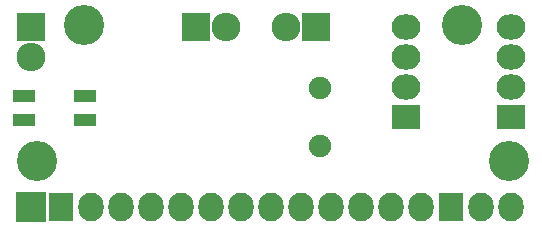
<source format=gbr>
G04 #@! TF.FileFunction,Soldermask,Bot*
%FSLAX46Y46*%
G04 Gerber Fmt 4.6, Leading zero omitted, Abs format (unit mm)*
G04 Created by KiCad (PCBNEW 0.201510100348+6257~30~ubuntu14.04.1-product) date jeu. 15 oct. 2015 23:40:22 CEST*
%MOMM*%
G01*
G04 APERTURE LIST*
%ADD10C,0.100000*%
%ADD11R,2.432000X2.432000*%
%ADD12O,2.432000X2.432000*%
%ADD13R,2.127200X2.432000*%
%ADD14O,2.127200X2.432000*%
%ADD15R,2.635200X2.635200*%
%ADD16R,2.432000X2.127200*%
%ADD17O,2.432000X2.127200*%
%ADD18R,1.850000X1.100000*%
%ADD19C,3.400000*%
%ADD20C,1.901140*%
G04 APERTURE END LIST*
D10*
D11*
X129540000Y-104140000D03*
D12*
X132080000Y-104140000D03*
D13*
X118110000Y-119380000D03*
D14*
X120650000Y-119380000D03*
X123190000Y-119380000D03*
X125730000Y-119380000D03*
X128270000Y-119380000D03*
X130810000Y-119380000D03*
X133350000Y-119380000D03*
X135890000Y-119380000D03*
X138430000Y-119380000D03*
X140970000Y-119380000D03*
X143510000Y-119380000D03*
X146050000Y-119380000D03*
X148590000Y-119380000D03*
D15*
X115570000Y-119380000D03*
D11*
X139700000Y-104140000D03*
D12*
X137160000Y-104140000D03*
D11*
X115570000Y-104140000D03*
D12*
X115570000Y-106680000D03*
D13*
X151130000Y-119380000D03*
D14*
X153670000Y-119380000D03*
X156210000Y-119380000D03*
D16*
X156210000Y-111760000D03*
D17*
X156210000Y-109220000D03*
X156210000Y-106680000D03*
X156210000Y-104140000D03*
D16*
X147320000Y-111760000D03*
D17*
X147320000Y-109220000D03*
X147320000Y-106680000D03*
X147320000Y-104140000D03*
D18*
X114925000Y-110000000D03*
X120075000Y-110000000D03*
X120075000Y-112000000D03*
X114925000Y-112000000D03*
D19*
X120000000Y-104000000D03*
X156000000Y-115500000D03*
X152000000Y-104000000D03*
X116000000Y-115500000D03*
D20*
X140000000Y-109309060D03*
X140000000Y-114190940D03*
M02*

</source>
